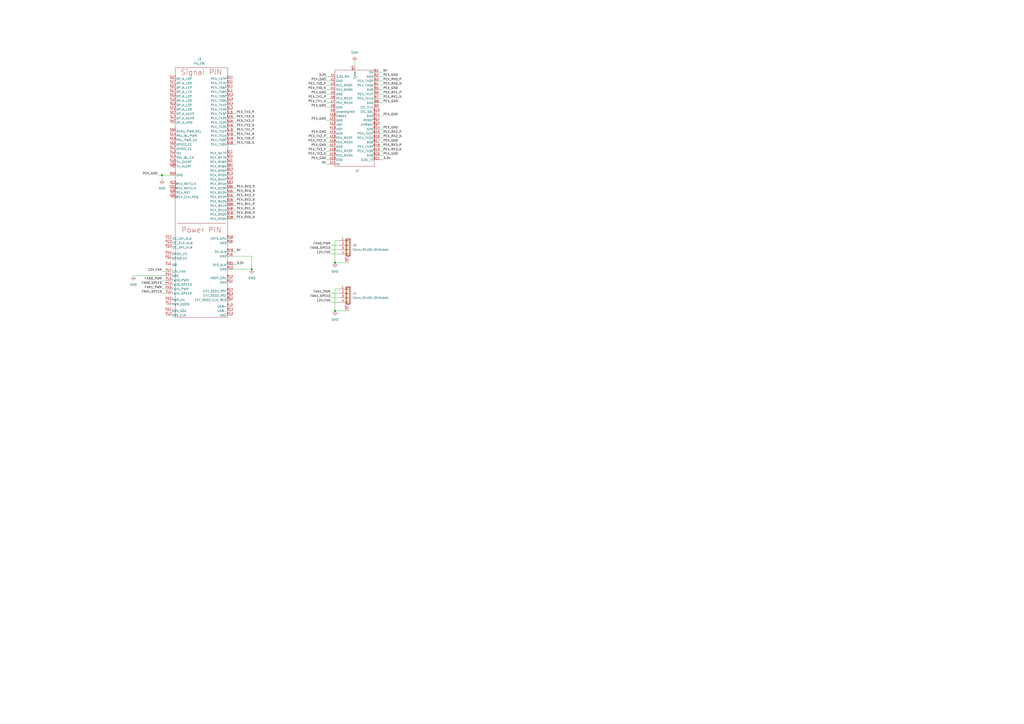
<source format=kicad_sch>
(kicad_sch (version 20230121) (generator eeschema)
  (paper "A2")
  (lib_symbols
    (symbol "Expansion_Bay:FW_EBI"
      (property "Reference" "J" (at 22.86 59.69 0))
      (property "Value" "FW_EBI" (at 22.86 59.69 0))
      (symbol "FW_EBI_0_0"
        (pin power_out line (at 17.78 -26.67 180) (length 2.54) (name "GND") (number "PA3"))
        (pin power_out line (at 17.78 -11.43 180) (length 2.54) (name "GND") (number "PA6"))
        (pin power_out line (at 17.78 -24.13 180) (length 2.54) (name "3V3_ALW") (number "PB5"))
        (pin power_in line (at 17.78 -31.75 180) (length 2.54) (name "VADP_GPU") (number "PC2"))
        (pin power_in line (at 17.78 -34.29 180) (length 2.54) (name "GND") (number "PD1"))
        (pin unspecified line (at -20.32 -20.32 0) (length 2.54) (name "GPIO0_EC") (number "PG1"))
        (pin power_out line (at 17.78 -8.89 180) (length 2.54) (name "VSYS_GPU") (number "PG8"))
        (pin unspecified line (at -20.32 -17.78 0) (length 2.54) (name "GPIO1_EC") (number "PH1"))
        (pin output line (at -20.32 -35.56 0) (length 2.54) (name "Fan0_SPEED") (number "PH2"))
        (pin power_out line (at 17.78 -53.34 180) (length 2.54) (name "GND") (number "PH3"))
        (pin output line (at -20.32 -24.13 0) (length 2.54) (name "ID0") (number "PJ1"))
        (pin output line (at -20.32 -40.64 0) (length 2.54) (name "Fan1_SPEED") (number "PJ2"))
        (pin bidirectional line (at 17.78 -48.26 180) (length 2.54) (name "USB+") (number "PJ3"))
        (pin power_out line (at 17.78 -19.05 180) (length 2.54) (name "GND") (number "PJ6"))
        (pin input line (at -20.32 -50.8 0) (length 2.54) (name "DDS_SDA") (number "PK1"))
        (pin bidirectional line (at 17.78 -50.8 180) (length 2.54) (name "USB-") (number "PK3"))
        (pin power_out line (at -20.32 -30.48 0) (length 2.54) (name "GND") (number "PK4"))
        (pin input line (at -20.32 -38.1 0) (length 2.54) (name "Fan1_PWM") (number "PK5"))
        (pin power_out line (at 17.78 -16.51 180) (length 2.54) (name "5V_ALW") (number "PK8"))
        (pin bidirectional line (at -20.32 -53.34 0) (length 2.54) (name "DDS_CLK") (number "PL2"))
        (pin power_out line (at -20.32 -27.94 0) (length 2.54) (name "12V_FAN") (number "PL4"))
        (pin input line (at -20.32 -33.02 0) (length 2.54) (name "Fan0_PWM") (number "PL5"))
        (pin output line (at 17.78 35.56 180) (length 2.54) (name "PEX_RX6P") (number "SA1"))
        (pin unspecified line (at -17.78 45.72 0) (length 2.54) (name "GPIO2_EC") (number "SA2"))
        (pin output line (at 17.78 25.4 180) (length 2.54) (name "PEX_RX4P") (number "SA3"))
        (pin output line (at 17.78 17.78 180) (length 2.54) (name "PEX_RX3N") (number "SA6"))
        (pin unspecified line (at -17.78 58.42 0) (length 2.54) (name "DP_A_HPD") (number "SA7"))
        (pin output line (at 17.78 7.62 180) (length 2.54) (name "PEX_RX1N") (number "SA8"))
        (pin output line (at 17.78 33.02 180) (length 2.54) (name "PEX_RX6N") (number "SB1"))
        (pin bidirectional line (at -17.78 27.94 0) (length 2.54) (name "GND") (number "SB2"))
        (pin output line (at 17.78 22.86 180) (length 2.54) (name "PEX_RX4N") (number "SB3"))
        (pin unspecified line (at -17.78 53.34 0) (length 2.54) (name "DGPU_PWM_SEL") (number "SB4"))
        (pin output line (at 17.78 20.32 180) (length 2.54) (name "PEX_RX3P") (number "SB6"))
        (pin output line (at 17.78 10.16 180) (length 2.54) (name "PEX_RX1P") (number "SB8"))
        (pin output clock (at -17.78 22.86 0) (length 2.54) (name "PEX_REFCLK") (number "SC2"))
        (pin unspecified line (at -17.78 76.2 0) (length 2.54) (name "DP_A_L1N") (number "SC7"))
        (pin output line (at 17.78 38.1 180) (length 2.54) (name "PEX_RX7N") (number "SD1"))
        (pin output line (at 17.78 30.48 180) (length 2.54) (name "PEX_RX5P") (number "SD3"))
        (pin output line (at 17.78 12.7 180) (length 2.54) (name "PEX_RX2N") (number "SD6"))
        (pin unspecified line (at -17.78 78.74 0) (length 2.54) (name "DP_A_L1P") (number "SD7"))
        (pin output line (at 17.78 2.54 180) (length 2.54) (name "PEX_RX0N") (number "SD8"))
        (pin output line (at 17.78 40.64 180) (length 2.54) (name "PEX_RX7P") (number "SE1"))
        (pin output line (at 17.78 27.94 180) (length 2.54) (name "PEX_RX5N") (number "SE3"))
        (pin output line (at 17.78 15.24 180) (length 2.54) (name "PEX_RX2P") (number "SE6"))
        (pin output line (at 17.78 5.08 180) (length 2.54) (name "PEX_RX0P") (number "SE8"))
        (pin unspecified line (at -17.78 66.04 0) (length 2.54) (name "DP_A_L3N") (number "SF2"))
        (pin unspecified line (at -17.78 81.28 0) (length 2.54) (name "DP_A_L0N") (number "SF7"))
        (pin input line (at 17.78 81.28 180) (length 2.54) (name "PEX_TX7N") (number "SG1"))
        (pin unspecified line (at -17.78 68.58 0) (length 2.54) (name "DP_A_L3P") (number "SG2"))
        (pin input line (at 17.78 71.12 180) (length 2.54) (name "PEX_TX5N") (number "SG3"))
        (pin input line (at 17.78 58.42 180) (length 2.54) (name "PEX_TX2P") (number "SG6"))
        (pin unspecified line (at -17.78 83.82 0) (length 2.54) (name "DP_A_L0P") (number "SG7"))
        (pin input line (at 17.78 45.72 180) (length 2.54) (name "PEX_TX0N") (number "SG8"))
        (pin input line (at 17.78 83.82 180) (length 2.54) (name "PEX_TX7P") (number "SH1"))
        (pin input line (at 17.78 73.66 180) (length 2.54) (name "PEX_TX5P") (number "SH3"))
        (pin input line (at 17.78 55.88 180) (length 2.54) (name "PEX_TX2N") (number "SH6"))
        (pin input line (at 17.78 48.26 180) (length 2.54) (name "PEX_TX0P") (number "SH8"))
        (pin unspecified line (at -17.78 71.12 0) (length 2.54) (name "DP_A_L2N") (number "SJ2"))
        (pin unspecified line (at -17.78 60.96 0) (length 2.54) (name "DP_A_AUXN") (number "SJ7"))
        (pin input line (at 17.78 78.74 180) (length 2.54) (name "PEX_TX6P") (number "SK1"))
        (pin unspecified line (at -17.78 73.66 0) (length 2.54) (name "DP_A_L2P") (number "SK2"))
        (pin input line (at 17.78 68.58 180) (length 2.54) (name "PEX_TX4P") (number "SK3"))
        (pin unspecified line (at -17.78 50.8 0) (length 2.54) (name "PNL_BL_PWM") (number "SK4"))
        (pin unspecified line (at -17.78 48.26 0) (length 2.54) (name "PNL_PWR_EN") (number "SK5"))
        (pin input line (at 17.78 60.96 180) (length 2.54) (name "PEX_TX3N") (number "SK6"))
        (pin unspecified line (at -17.78 63.5 0) (length 2.54) (name "DP_A_AUXP") (number "SK7"))
        (pin input line (at 17.78 50.8 180) (length 2.54) (name "PEX_TX1N") (number "SK8"))
        (pin input line (at 17.78 76.2 180) (length 2.54) (name "PEX_TX6N") (number "SL1"))
        (pin unspecified line (at -17.78 40.64 0) (length 2.54) (name "ID1") (number "SL2"))
        (pin input line (at 17.78 66.04 180) (length 2.54) (name "PEX_TX4N") (number "SL3"))
        (pin unspecified line (at -17.78 38.1 0) (length 2.54) (name "PNL_BL_EN") (number "SL4"))
        (pin input line (at 17.78 63.5 180) (length 2.54) (name "PEX_TX3P") (number "SL6"))
        (pin unspecified line (at -17.78 43.18 0) (length 2.54) (name "GPIO3_EC") (number "SL7"))
        (pin input line (at 17.78 53.34 180) (length 2.54) (name "PEX_TX1P") (number "SL8"))
      )
      (symbol "FW_EBI_1_0"
        (pin power_in line (at 17.78 -31.75 180) (length 2.54) hide (name "VADP_GPU") (number "PA1"))
        (pin power_in line (at 17.78 -31.75 180) (length 2.54) hide (name "VADP_GPU") (number "PA2"))
        (pin power_out line (at 17.78 -24.13 180) (length 2.54) hide (name "3V3_ALW") (number "PA4"))
        (pin power_out line (at 17.78 -24.13 180) (length 2.54) hide (name "3V3_ALW") (number "PA5"))
        (pin power_out line (at 17.78 -8.89 180) (length 2.54) hide (name "VSYS_GPU") (number "PA7"))
        (pin power_out line (at 17.78 -8.89 180) (length 2.54) hide (name "VSYS_GPU") (number "PA8"))
        (pin power_in line (at 17.78 -31.75 180) (length 2.54) hide (name "VADP_GPU") (number "PB1"))
        (pin power_in line (at 17.78 -31.75 180) (length 2.54) hide (name "VADP_GPU") (number "PB2"))
        (pin power_out line (at 17.78 -26.67 180) (length 2.54) hide (name "GND") (number "PB3"))
        (pin power_out line (at 17.78 -24.13 180) (length 2.54) hide (name "3V3_ALW") (number "PB4"))
        (pin power_out line (at 17.78 -11.43 180) (length 2.54) hide (name "GND") (number "PB6"))
        (pin power_out line (at 17.78 -8.89 180) (length 2.54) hide (name "VSYS_GPU") (number "PB7"))
        (pin power_out line (at 17.78 -8.89 180) (length 2.54) hide (name "VSYS_GPU") (number "PB8"))
        (pin power_in line (at 17.78 -31.75 180) (length 2.54) hide (name "VADP_GPU") (number "PC1"))
        (pin unspecified line (at -20.32 -11.43 0) (length 2.54) (name "I2C_CLK_ALW") (number "PC3"))
        (pin power_out line (at 17.78 -11.43 180) (length 2.54) hide (name "GND") (number "PC6"))
        (pin power_out line (at 17.78 -8.89 180) (length 2.54) hide (name "VSYS_GPU") (number "PC7"))
        (pin power_out line (at 17.78 -8.89 180) (length 2.54) hide (name "VSYS_GPU") (number "PC8"))
        (pin power_in line (at 17.78 -34.29 180) (length 2.54) hide (name "GND") (number "PD2"))
        (pin unspecified line (at -20.32 -13.97 0) (length 2.54) (name "I2C_DAT_ALW") (number "PD3"))
        (pin power_out line (at 17.78 -11.43 180) (length 2.54) hide (name "GND") (number "PD6"))
        (pin power_out line (at 17.78 -8.89 180) (length 2.54) hide (name "VSYS_GPU") (number "PD7"))
        (pin power_out line (at 17.78 -8.89 180) (length 2.54) hide (name "VSYS_GPU") (number "PD8"))
        (pin power_in line (at 17.78 -34.29 180) (length 2.54) hide (name "GND") (number "PE1"))
        (pin power_in line (at 17.78 -34.29 180) (length 2.54) hide (name "GND") (number "PE2"))
        (pin power_out line (at 17.78 -26.67 180) (length 2.54) hide (name "GND") (number "PE3"))
        (pin power_out line (at 17.78 -11.43 180) (length 2.54) hide (name "GND") (number "PE6"))
        (pin power_out line (at 17.78 -8.89 180) (length 2.54) hide (name "VSYS_GPU") (number "PE7"))
        (pin power_out line (at 17.78 -8.89 180) (length 2.54) hide (name "VSYS_GPU") (number "PE8"))
        (pin power_in line (at 17.78 -34.29 180) (length 2.54) hide (name "GND") (number "PF1"))
        (pin unspecified line (at -20.32 -8.89 0) (length 2.54) (name "I2C_INT_ALW") (number "PF2"))
        (pin bidirectional inverted (at 17.78 -39.37 180) (length 2.54) (name "EXT_SSD1_RST") (number "PF3"))
        (pin power_out line (at 17.78 -11.43 180) (length 2.54) hide (name "GND") (number "PF6"))
        (pin power_out line (at 17.78 -8.89 180) (length 2.54) hide (name "VSYS_GPU") (number "PF7"))
        (pin power_out line (at 17.78 -8.89 180) (length 2.54) hide (name "VSYS_GPU") (number "PF8"))
        (pin bidirectional inverted (at 17.78 -44.45 180) (length 2.54) (name "EXT_SSD2_CLK_REQ") (number "PG2"))
        (pin bidirectional inverted (at 17.78 -41.91 180) (length 2.54) (name "EXT_SSD2_RST") (number "PG3"))
        (pin power_out line (at 17.78 -11.43 180) (length 2.54) hide (name "GND") (number "PG6"))
        (pin power_out line (at 17.78 -8.89 180) (length 2.54) hide (name "VSYS_GPU") (number "PG7"))
        (pin power_out line (at 17.78 -11.43 180) (length 2.54) hide (name "GND") (number "PH6"))
        (pin power_out line (at 17.78 -11.43 180) (length 2.54) hide (name "GND") (number "PH7"))
        (pin power_out line (at 17.78 -11.43 180) (length 2.54) hide (name "GND") (number "PH8"))
        (pin power_out line (at 17.78 -11.43 180) (length 2.54) hide (name "GND") (number "PJ7"))
        (pin power_out line (at 17.78 -11.43 180) (length 2.54) hide (name "GND") (number "PJ8"))
        (pin output line (at -20.32 -44.45 0) (length 2.54) (name "PWR_EN") (number "PK2"))
        (pin power_out line (at 17.78 -19.05 180) (length 2.54) hide (name "GND") (number "PK6"))
        (pin power_out line (at 17.78 -16.51 180) (length 2.54) hide (name "5V_ALW") (number "PK7"))
        (pin output line (at -20.32 -46.99 0) (length 2.54) (name "PWR_GOOD") (number "PL1"))
        (pin power_out line (at 17.78 -53.34 180) (length 2.54) hide (name "GND") (number "PL3"))
        (pin power_out line (at 17.78 -19.05 180) (length 2.54) hide (name "GND") (number "PL6"))
        (pin power_out line (at 17.78 -16.51 180) (length 2.54) hide (name "5V_ALW") (number "PL7"))
        (pin power_out line (at 17.78 -16.51 180) (length 2.54) hide (name "5V_ALW") (number "PL8"))
        (pin output inverted_clock (at -17.78 15.24 0) (length 2.54) (name "PEX_CLK_REQ") (number "SA4"))
        (pin input inverted (at -17.78 17.78 0) (length 2.54) (name "PEX_RST") (number "SA5"))
        (pin unspecified inverted (at -17.78 33.02 0) (length 2.54) (name "TH_ALERT") (number "SB5"))
        (pin bidirectional line (at -17.78 27.94 0) (length 2.54) hide (name "GND") (number "SB7"))
        (pin bidirectional line (at -17.78 27.94 0) (length 2.54) hide (name "GND") (number "SC1"))
        (pin bidirectional line (at -17.78 27.94 0) (length 2.54) hide (name "GND") (number "SC3"))
        (pin bidirectional line (at -17.78 27.94 0) (length 2.54) hide (name "GND") (number "SC6"))
        (pin bidirectional line (at -17.78 27.94 0) (length 2.54) hide (name "GND") (number "SC8"))
        (pin output inverted_clock (at -17.78 20.32 0) (length 2.54) (name "PEX_REFCLK") (number "SD2"))
        (pin bidirectional line (at -17.78 27.94 0) (length 2.54) hide (name "GND") (number "SE2"))
        (pin bidirectional line (at -17.78 27.94 0) (length 2.54) hide (name "GND") (number "SE7"))
        (pin bidirectional line (at -17.78 27.94 0) (length 2.54) hide (name "GND") (number "SF1"))
        (pin bidirectional line (at -17.78 27.94 0) (length 2.54) hide (name "GND") (number "SF3"))
        (pin bidirectional line (at -17.78 27.94 0) (length 2.54) hide (name "GND") (number "SF6"))
        (pin bidirectional line (at -17.78 27.94 0) (length 2.54) hide (name "GND") (number "SF8"))
        (pin bidirectional line (at -17.78 27.94 0) (length 2.54) hide (name "GND") (number "SH2"))
        (pin bidirectional line (at -17.78 27.94 0) (length 2.54) hide (name "GND") (number "SH7"))
        (pin bidirectional line (at -17.78 27.94 0) (length 2.54) hide (name "GND") (number "SJ1"))
        (pin bidirectional line (at -17.78 27.94 0) (length 2.54) hide (name "GND") (number "SJ3"))
        (pin bidirectional line (at -17.78 27.94 0) (length 2.54) hide (name "GND") (number "SJ6"))
        (pin bidirectional line (at -17.78 27.94 0) (length 2.54) hide (name "GND") (number "SJ8"))
        (pin unspecified inverted (at -17.78 35.56 0) (length 2.54) (name "TH_OVERT") (number "SL5"))
      )
      (symbol "FW_EBI_1_1"
        (rectangle (start -15.24 90.17) (end 15.24 -54.61))
        (polyline (pts (xy -13.97 0) (xy 13.97 0)))
        (text "Power PIN" (at 0 -3.81 0) (effects (font (size 3 3))))
        (text "Signal PIN" (at 0 87.63 0) (effects (font (size 3 3))))
      )
    )
    (symbol "Expansion_Bay:JST_SH_01x04" (pin_names (offset 1.016) hide)
      (property "Reference" "J" (at 0.254 4.826 0))
      (property "Value" "JST_SH_01x04" (at 1.016 -7.366 0))
      (symbol "JST_SH_01x04_1_1"
        (rectangle (start -1.27 3.81) (end 1.27 -6.35) (stroke (width 0.1524)))
        (rectangle (start -1.016 -4.953) (end 0.254 -5.207) (stroke (width 0.1524)))
        (rectangle (start -1.016 -2.413) (end 0.254 -2.667) (stroke (width 0.1524)))
        (rectangle (start -1.016 0.127) (end 0.254 -0.127) (stroke (width 0.1524)))
        (rectangle (start -1.016 2.667) (end 0.254 2.413) (stroke (width 0.1524)))
        (rectangle (start -1.016 3.556) (end 1.016 -6.096) (stroke (width 0.254)) (fill (type background)))
        (pin passive line (at -5.08 2.54 0) (length 4.064) (name "Pin_1") (number "1"))
        (pin passive line (at -5.08 0 0) (length 4.064) (name "Pin_2") (number "2"))
        (pin passive line (at -5.08 -2.54 0) (length 4.064) (name "Pin_3") (number "3"))
        (pin passive line (at -5.08 -5.08 0) (length 4.064) (name "Pin_4") (number "4"))
        (pin passive line (at 0 -10.16 90) (length 3.81) (name "Shield") (number "MP"))
      )
    )
    (symbol "Expansion_Bay:OCuLink_x4"
      (property "Reference" "J" (at -16.51 10.16 0))
      (symbol "OCuLink_x4_0_1"
        (rectangle (start -11.43 29.21) (end 11.43 -26.67))
        (rectangle (start -6.35 15.24) (end -6.35 15.24))
        (rectangle (start 13.97 17.78) (end 13.97 17.78))
      )
      (symbol "OCuLink_x4_1_0"
        (pin unspecified line (at 0 31.75 270) (length 2.54) (name "Case") (number "MP"))
      )
      (symbol "OCuLink_x4_1_1"
        (pin power_in line (at -13.97 25.4 0) (length 2.54) (name "3.3V_RX") (number "A1"))
        (pin unspecified inverted (at -13.97 2.54 0) (length 2.54) (name "CWAKE") (number "A10"))
        (pin unspecified line (at -13.97 0 0) (length 2.54) (name "GND") (number "A11"))
        (pin unspecified line (at -13.97 -2.54 0) (length 2.54) (name "VSP") (number "A12"))
        (pin unspecified line (at -13.97 -5.08 0) (length 2.54) (name "VSP") (number "A13"))
        (pin unspecified line (at -13.97 -7.62 0) (length 2.54) (name "GND") (number "A14"))
        (pin bidirectional line (at -13.97 -10.16 0) (length 2.54) (name "PEX_RX2P") (number "A15"))
        (pin bidirectional line (at -13.97 -12.7 0) (length 2.54) (name "PEX_RX2N") (number "A16"))
        (pin unspecified line (at -13.97 -15.24 0) (length 2.54) (name "GND") (number "A17"))
        (pin bidirectional line (at -13.97 -17.78 0) (length 2.54) (name "PEX_RX3P") (number "A18"))
        (pin bidirectional line (at -13.97 -20.32 0) (length 2.54) (name "PEX_RX3N") (number "A19"))
        (pin unspecified line (at -13.97 22.86 0) (length 2.54) (name "GND") (number "A2"))
        (pin unspecified line (at -13.97 -22.86 0) (length 2.54) (name "GND") (number "A20"))
        (pin power_in line (at -13.97 -25.4 0) (length 2.54) (name "5V") (number "A21"))
        (pin bidirectional line (at -13.97 20.32 0) (length 2.54) (name "PEX_RX0P") (number "A3"))
        (pin bidirectional line (at -13.97 17.78 0) (length 2.54) (name "PEX_RX0N") (number "A4"))
        (pin unspecified line (at -13.97 15.24 0) (length 2.54) (name "GND") (number "A5"))
        (pin bidirectional line (at -13.97 12.7 0) (length 2.54) (name "PEX_RX1P") (number "A6"))
        (pin bidirectional line (at -13.97 10.16 0) (length 2.54) (name "PEX_RX1N") (number "A7"))
        (pin unspecified line (at -13.97 7.62 0) (length 2.54) (name "GND") (number "A8"))
        (pin unspecified line (at -13.97 5.08 0) (length 2.54) (name "Unassigned") (number "A9"))
        (pin power_in line (at 13.97 27.94 180) (length 2.54) (name "5V") (number "B1"))
        (pin bidirectional line (at 13.97 5.08 180) (length 2.54) (name "I2C_SDL") (number "B10"))
        (pin unspecified line (at 13.97 2.54 180) (length 2.54) (name "GND") (number "B11"))
        (pin bidirectional inverted (at 13.97 0 180) (length 2.54) (name "PERST") (number "B12"))
        (pin bidirectional inverted (at 13.97 -2.54 180) (length 2.54) (name "CPRSNT") (number "B13"))
        (pin unspecified line (at 13.97 -5.08 180) (length 2.54) (name "GND") (number "B14"))
        (pin bidirectional line (at 13.97 -7.62 180) (length 2.54) (name "PEX_TX2P") (number "B15"))
        (pin bidirectional line (at 13.97 -10.16 180) (length 2.54) (name "PEX_TX2N") (number "B16"))
        (pin unspecified line (at 13.97 -12.7 180) (length 2.54) (name "GND") (number "B17"))
        (pin bidirectional line (at 13.97 -15.24 180) (length 2.54) (name "PEX_TX3P") (number "B18"))
        (pin bidirectional line (at 13.97 -17.78 180) (length 2.54) (name "PEX_TX3N") (number "B19"))
        (pin unspecified line (at 13.97 25.4 180) (length 2.54) (name "GND") (number "B2"))
        (pin unspecified line (at 13.97 -20.32 180) (length 2.54) (name "GND") (number "B20"))
        (pin power_in line (at 13.97 -22.86 180) (length 2.54) (name "3.3V_TX") (number "B21"))
        (pin bidirectional line (at 13.97 22.86 180) (length 2.54) (name "PEX_TX0P") (number "B3"))
        (pin bidirectional line (at 13.97 20.32 180) (length 2.54) (name "PEX_TX0N") (number "B4"))
        (pin unspecified line (at 13.97 17.78 180) (length 2.54) (name "GND") (number "B5"))
        (pin bidirectional line (at 13.97 15.24 180) (length 2.54) (name "PEX_TX1P") (number "B6"))
        (pin bidirectional line (at 13.97 12.7 180) (length 2.54) (name "PEX_TX1N") (number "B7"))
        (pin unspecified line (at 13.97 10.16 180) (length 2.54) (name "GND") (number "B8"))
        (pin bidirectional line (at 13.97 7.62 180) (length 2.54) (name "I2C_CLK") (number "B9"))
      )
    )
    (symbol "power:GND" (power) (pin_names (offset 0))
      (property "Value" "GND" (at 0 -3.81 0))
      (symbol "GND_0_1"
        (polyline (pts (xy 0 0) (xy 0 -1.27) (xy 1.27 -1.27) (xy 0 -2.54) (xy -1.27 -1.27) (xy 0 -1.27)))
      )
      (symbol "GND_1_1"
        (pin power_in line (at 0 0 270) (length 0) hide (name "GND") (number "1"))
      )
    )
  )
  (junction (at 93.98 101.6))
  (junction (at 194.31 152.4))
  (junction (at 194.31 180.34))
  (junction (at 146.05 156.21))
  (wire (pts (xy 189.23 95.25) (xy 191.77 95.25)))
  (wire (pts (xy 134.62 111.76) (xy 137.16 111.76)))
  (wire (pts (xy 134.62 68.58) (xy 137.16 68.58)))
  (wire (pts (xy 219.71 46.99) (xy 222.25 46.99)))
  (wire (pts (xy 219.71 54.61) (xy 222.25 54.61)))
  (wire (pts (xy 189.23 90.17) (xy 191.77 90.17)))
  (wire (pts (xy 146.05 148.59) (xy 146.05 156.21)))
  (wire (pts (xy 93.98 170.18) (xy 96.52 170.18)))
  (wire (pts (xy 134.62 121.92) (xy 137.16 121.92)))
  (wire (pts (xy 189.23 54.61) (xy 191.77 54.61)))
  (wire (pts (xy 134.62 124.46) (xy 137.16 124.46)))
  (wire (pts (xy 191.77 144.78) (xy 196.85 144.78)))
  (wire (pts (xy 93.98 162.56) (xy 96.52 162.56)))
  (wire (pts (xy 189.23 80.01) (xy 191.77 80.01)))
  (wire (pts (xy 189.23 85.09) (xy 191.77 85.09)))
  (wire (pts (xy 205.74 35.56) (xy 205.74 38.1)))
  (wire (pts (xy 91.44 101.6) (xy 93.98 101.6)))
  (wire (pts (xy 194.31 180.34) (xy 194.31 167.64)))
  (wire (pts (xy 134.62 114.3) (xy 137.16 114.3)))
  (wire (pts (xy 219.71 92.71) (xy 222.25 92.71)))
  (wire (pts (xy 191.77 175.26) (xy 196.85 175.26)))
  (wire (pts (xy 189.23 87.63) (xy 191.77 87.63)))
  (wire (pts (xy 219.71 52.07) (xy 222.25 52.07)))
  (wire (pts (xy 191.77 170.18) (xy 196.85 170.18)))
  (wire (pts (xy 93.98 167.64) (xy 96.52 167.64)))
  (wire (pts (xy 134.62 76.2) (xy 137.16 76.2)))
  (wire (pts (xy 189.23 44.45) (xy 191.77 44.45)))
  (wire (pts (xy 134.62 156.21) (xy 146.05 156.21)))
  (wire (pts (xy 134.62 109.22) (xy 137.16 109.22)))
  (wire (pts (xy 189.23 49.53) (xy 191.77 49.53)))
  (wire (pts (xy 189.23 82.55) (xy 191.77 82.55)))
  (wire (pts (xy 219.71 85.09) (xy 222.25 85.09)))
  (wire (pts (xy 219.71 74.93) (xy 222.25 74.93)))
  (wire (pts (xy 219.71 57.15) (xy 222.25 57.15)))
  (wire (pts (xy 194.31 139.7) (xy 194.31 152.4)))
  (wire (pts (xy 134.62 83.82) (xy 137.16 83.82)))
  (wire (pts (xy 194.31 152.4) (xy 201.93 152.4)))
  (wire (pts (xy 134.62 71.12) (xy 137.16 71.12)))
  (wire (pts (xy 191.77 172.72) (xy 196.85 172.72)))
  (wire (pts (xy 134.62 119.38) (xy 137.16 119.38)))
  (wire (pts (xy 134.62 153.67) (xy 137.16 153.67)))
  (wire (pts (xy 219.71 82.55) (xy 222.25 82.55)))
  (wire (pts (xy 189.23 46.99) (xy 191.77 46.99)))
  (wire (pts (xy 93.98 165.1) (xy 96.52 165.1)))
  (wire (pts (xy 134.62 146.05) (xy 137.16 146.05)))
  (wire (pts (xy 93.98 157.48) (xy 96.52 157.48)))
  (wire (pts (xy 191.77 147.32) (xy 196.85 147.32)))
  (wire (pts (xy 219.71 80.01) (xy 222.25 80.01)))
  (wire (pts (xy 194.31 167.64) (xy 196.85 167.64)))
  (wire (pts (xy 134.62 148.59) (xy 146.05 148.59)))
  (wire (pts (xy 219.71 67.31) (xy 222.25 67.31)))
  (wire (pts (xy 189.23 77.47) (xy 191.77 77.47)))
  (wire (pts (xy 134.62 127) (xy 137.16 127)))
  (wire (pts (xy 219.71 49.53) (xy 222.25 49.53)))
  (wire (pts (xy 219.71 44.45) (xy 222.25 44.45)))
  (wire (pts (xy 134.62 81.28) (xy 137.16 81.28)))
  (wire (pts (xy 189.23 62.23) (xy 191.77 62.23)))
  (wire (pts (xy 196.85 139.7) (xy 194.31 139.7)))
  (wire (pts (xy 134.62 116.84) (xy 137.16 116.84)))
  (wire (pts (xy 219.71 90.17) (xy 222.25 90.17)))
  (wire (pts (xy 219.71 87.63) (xy 222.25 87.63)))
  (wire (pts (xy 93.98 101.6) (xy 93.98 104.14)))
  (wire (pts (xy 134.62 73.66) (xy 137.16 73.66)))
  (wire (pts (xy 191.77 142.24) (xy 196.85 142.24)))
  (wire (pts (xy 77.47 160.02) (xy 96.52 160.02)))
  (wire (pts (xy 134.62 78.74) (xy 137.16 78.74)))
  (wire (pts (xy 189.23 57.15) (xy 191.77 57.15)))
  (wire (pts (xy 219.71 77.47) (xy 222.25 77.47)))
  (wire (pts (xy 93.98 101.6) (xy 99.06 101.6)))
  (wire (pts (xy 189.23 59.69) (xy 191.77 59.69)))
  (wire (pts (xy 189.23 69.85) (xy 191.77 69.85)))
  (wire (pts (xy 189.23 92.71) (xy 191.77 92.71)))
  (wire (pts (xy 219.71 41.91) (xy 222.25 41.91)))
  (wire (pts (xy 189.23 52.07) (xy 191.77 52.07)))
  (wire (pts (xy 219.71 59.69) (xy 222.25 59.69)))
  (wire (pts (xy 134.62 66.04) (xy 137.16 66.04)))
  (wire (pts (xy 194.31 180.34) (xy 201.93 180.34)))
  (label "PEX_TX0_N" (at 189.23 52.07 180))
  (label "PEX_GND" (at 222.25 82.55 0))
  (label "12V_FAN" (at 191.77 175.26 180))
  (label "PEX_TX2_N" (at 189.23 82.55 180))
  (label "FAN0_SPEED" (at 93.98 165.1 180))
  (label "PEX_TX3_N" (at 137.16 68.58 0))
  (label "PEX_GND" (at 189.23 85.09 180))
  (label "FAN1_PWM" (at 191.77 170.18 180))
  (label "FAN1_SPEED" (at 93.98 170.18 180))
  (label "PEX_GND" (at 189.23 46.99 180))
  (label "PEX_RX1_P" (at 137.16 119.38 0))
  (label "PEX_TX0_P" (at 137.16 81.28 0))
  (label "PEX_RX2_P" (at 222.25 77.47 0))
  (label "PEX_TX1_P" (at 137.16 76.2 0))
  (label "FAN0_SPEED" (at 191.77 144.78 180))
  (label "PEX_TX1_P" (at 189.23 57.15 180))
  (label "PEX_RX2_P" (at 137.16 114.3 0))
  (label "PEX_GND" (at 222.25 59.69 0))
  (label "PEX_TX3_N" (at 189.23 90.17 180))
  (label "PEX_TX2_P" (at 137.16 71.12 0))
  (label "PEX_TX3_P" (at 137.16 66.04 0))
  (label "PEX_TX1_N" (at 189.23 59.69 180))
  (label "5V" (at 137.16 146.05 0))
  (label "PEX_RX0_N" (at 137.16 127 0))
  (label "PEX_GND" (at 189.23 77.47 180))
  (label "12V_FAN" (at 93.98 157.48 180))
  (label "FAN0_PWM" (at 93.98 162.56 180))
  (label "PEX_RX0_P" (at 222.25 46.99 0))
  (label "PEX_RX0_N" (at 222.25 49.53 0))
  (label "3.3V" (at 189.23 44.45 180))
  (label "FAN1_SPEED" (at 191.77 172.72 180))
  (label "PEX_RX1_N" (at 222.25 57.15 0))
  (label "FAN0_PWM" (at 191.77 142.24 180))
  (label "PEX_RX2_N" (at 222.25 80.01 0))
  (label "PEX_RX2_N" (at 137.16 116.84 0))
  (label "PEX_RX1_P" (at 222.25 54.61 0))
  (label "PEX_TX2_N" (at 137.16 73.66 0))
  (label "5V" (at 189.23 95.25 180))
  (label "PEX_TX3_P" (at 189.23 87.63 180))
  (label "PEX_GND" (at 189.23 62.23 180))
  (label "PEX_GND" (at 222.25 90.17 0))
  (label "PEX_RX3_P" (at 222.25 85.09 0))
  (label "PEX_GND" (at 222.25 67.31 0))
  (label "5V" (at 222.25 41.91 0))
  (label "PEX_GND" (at 189.23 54.61 180))
  (label "3.3V" (at 137.16 153.67 0))
  (label "PEX_RX3_N" (at 222.25 87.63 0))
  (label "PEX_GND" (at 222.25 52.07 0))
  (label "PEX_GND" (at 189.23 92.71 180))
  (label "PEX_TX1_N" (at 137.16 78.74 0))
  (label "PEX_RX1_N" (at 137.16 121.92 0))
  (label "PEX_RX3_N" (at 137.16 111.76 0))
  (label "PEX_TX0_N" (at 137.16 83.82 0))
  (label "PEX_TX0_P" (at 189.23 49.53 180))
  (label "PEX_GND" (at 189.23 69.85 180))
  (label "PEX_RX3_P" (at 137.16 109.22 0))
  (label "PEX_GND" (at 91.44 101.6 180))
  (label "12V_FAN" (at 191.77 147.32 180))
  (label "PEX_TX2_P" (at 189.23 80.01 180))
  (label "PEX_GND" (at 222.25 74.93 0))
  (label "FAN1_PWM" (at 93.98 167.64 180))
  (label "PEX_RX0_P" (at 137.16 124.46 0))
  (label "3.3V" (at 222.25 92.71 0))
  (label "PEX_GND" (at 222.25 44.45 0))
  (symbol (lib_id "power:GND") (at 146.05 156.21 0) (unit 1)
    (property "Reference" "#PWR03" (effects hide))
    (property "Value" "GND" (at 146.05 161.29 0))
  )
  (symbol (lib_id "Expansion_Bay:JST_SH_01x04") (at 201.93 170.18 0) (unit 1)
    (property "Reference" "J1" (at 204.47 170.18 0) (effects (justify left)))
    (property "Value" "Conn_01x04_Shielded" (at 204.47 172.72 0) (effects (justify left)))
    (property "Footprint" "Connector_JST:JST_SH_SM04B-SRSS-TB_1x04-1MP_P1.00mm_Horizontal" (effects hide))
  )
  (symbol (lib_id "power:GND") (at 77.47 160.02 0) (unit 1)
    (property "Reference" "#PWR01" (effects hide))
    (property "Value" "GND" (at 77.47 165.1 0))
  )
  (symbol (lib_id "Expansion_Bay:OCuLink_x4") (at 205.74 69.85 0) (unit 1)
    (property "Reference" "J2" (at 207.01 99.06 0))
    (property "Value" "~" (at 207.01 44.45 0))
    (property "Footprint" "Expansion_Bay:G14A421X11X1XHR" (effects hide))
  )
  (symbol (lib_id "Expansion_Bay:FW_EBI") (at 116.84 129.54 0) (unit 1)
    (property "Reference" "J3" (at 115.57 34.29 0))
    (property "Value" "FW_EBI" (at 115.57 36.83 0))
    (property "Footprint" "Expansion_Bay:2x74P FXBeam" (effects hide))
    (property "Datasheet" "https://github.com/FrameworkComputer/ExpansionBay/tree/main/Electrical" (effects hide))
  )
  (symbol (lib_id "power:GND") (at 93.98 104.14 0) (unit 1)
    (property "Reference" "#PWR02" (effects hide))
    (property "Value" "GND" (at 93.98 109.22 0))
  )
  (symbol (lib_id "power:GND") (at 194.31 152.4 0) (unit 1)
    (property "Reference" "#PWR04" (effects hide))
    (property "Value" "GND" (at 194.31 157.48 0))
  )
  (symbol (lib_id "power:GND") (at 205.74 35.56 180) (unit 1)
    (property "Reference" "#PWR06" (effects hide))
    (property "Value" "GND" (at 205.74 30.48 0))
  )
  (symbol (lib_id "power:GND") (at 194.31 180.34 0) (unit 1)
    (property "Reference" "#PWR05" (effects hide))
    (property "Value" "GND" (at 194.31 185.42 0))
  )
  (symbol (lib_id "Expansion_Bay:JST_SH_01x04") (at 201.93 142.24 0) (unit 1)
    (property "Reference" "J5" (at 204.47 142.24 0) (effects (justify left)))
    (property "Value" "Conn_01x04_Shielded" (at 204.47 144.78 0) (effects (justify left)))
    (property "Footprint" "Connector_JST:JST_SH_SM04B-SRSS-TB_1x04-1MP_P1.00mm_Horizontal" (effects hide))
  )
)
</source>
